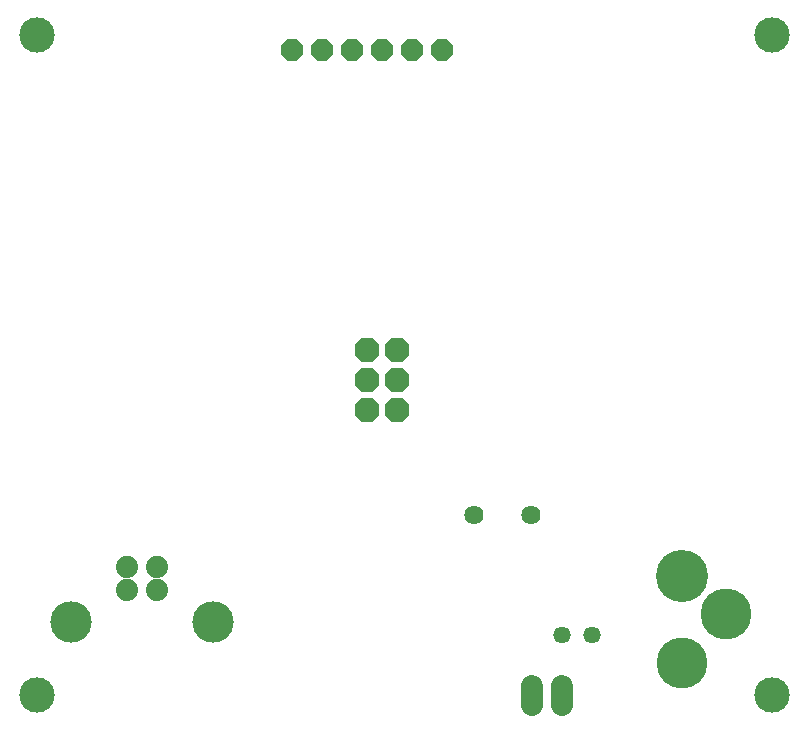
<source format=gbs>
G75*
%MOIN*%
%OFA0B0*%
%FSLAX25Y25*%
%IPPOS*%
%LPD*%
%AMOC8*
5,1,8,0,0,1.08239X$1,22.5*
%
%ADD10C,0.11824*%
%ADD11C,0.05759*%
%ADD12OC8,0.08200*%
%ADD13C,0.17398*%
%ADD14C,0.17000*%
%ADD15C,0.07200*%
%ADD16OC8,0.07137*%
%ADD17C,0.07400*%
%ADD18C,0.13800*%
%ADD19C,0.06400*%
D10*
X0011500Y0020000D03*
X0011500Y0240000D03*
X0256500Y0240000D03*
X0256500Y0020000D03*
D11*
X0196421Y0040000D03*
X0186579Y0040000D03*
D12*
X0131500Y0115000D03*
X0131500Y0125000D03*
X0131500Y0135000D03*
X0121500Y0135000D03*
X0121500Y0125000D03*
X0121500Y0115000D03*
D13*
X0226500Y0059637D03*
D14*
X0241309Y0047126D03*
X0226600Y0030815D03*
D15*
X0186500Y0023200D02*
X0186500Y0016800D01*
X0176500Y0016800D02*
X0176500Y0023200D01*
D16*
X0146500Y0235000D03*
X0136500Y0235000D03*
X0126500Y0235000D03*
X0116500Y0235000D03*
X0106500Y0235000D03*
X0096500Y0235000D03*
D17*
X0051421Y0062800D03*
X0051421Y0055000D03*
X0041579Y0055000D03*
X0041579Y0062800D03*
D18*
X0022800Y0044300D03*
X0070200Y0044300D03*
D19*
X0157000Y0080000D03*
X0176000Y0080000D03*
M02*

</source>
